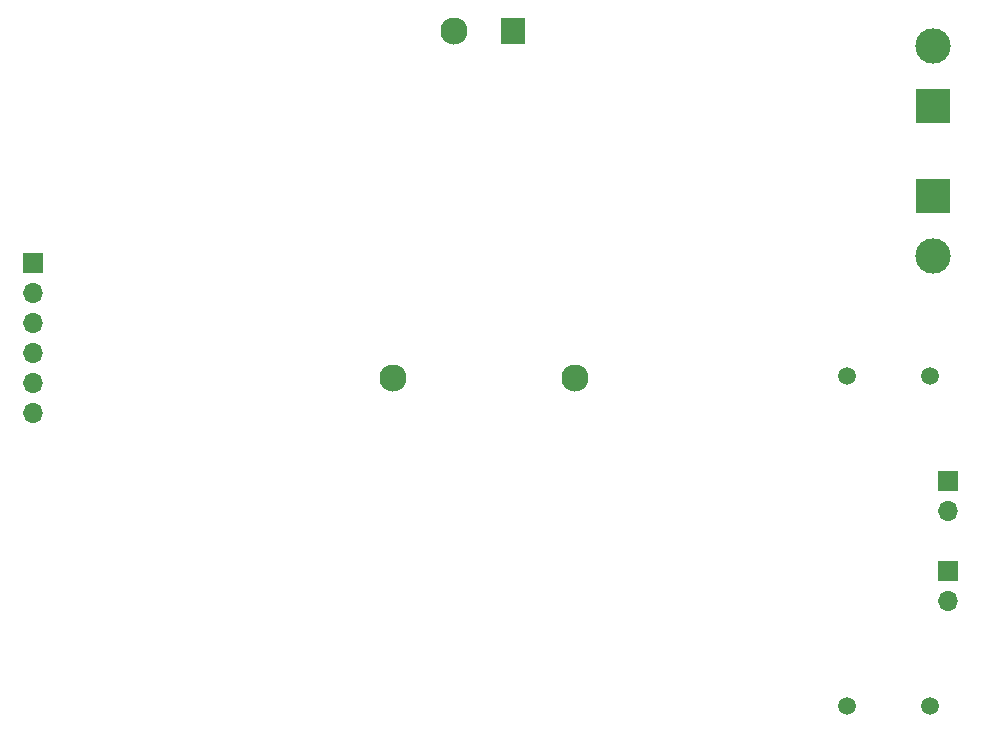
<source format=gbs>
G04 #@! TF.GenerationSoftware,KiCad,Pcbnew,(6.0.0-0)*
G04 #@! TF.CreationDate,2022-06-20T09:50:28+02:00*
G04 #@! TF.ProjectId,prototype-1,70726f74-6f74-4797-9065-2d312e6b6963,rev?*
G04 #@! TF.SameCoordinates,Original*
G04 #@! TF.FileFunction,Soldermask,Bot*
G04 #@! TF.FilePolarity,Negative*
%FSLAX46Y46*%
G04 Gerber Fmt 4.6, Leading zero omitted, Abs format (unit mm)*
G04 Created by KiCad (PCBNEW (6.0.0-0)) date 2022-06-20 09:50:28*
%MOMM*%
%LPD*%
G01*
G04 APERTURE LIST*
%ADD10R,1.700000X1.700000*%
%ADD11O,1.700000X1.700000*%
%ADD12C,1.500000*%
%ADD13R,2.000000X2.300000*%
%ADD14C,2.300000*%
%ADD15R,3.000000X3.000000*%
%ADD16C,3.000000*%
G04 APERTURE END LIST*
D10*
X189230000Y-92710000D03*
D11*
X189230000Y-95250000D03*
D10*
X111760000Y-74295000D03*
D11*
X111760000Y-76835000D03*
X111760000Y-79375000D03*
X111760000Y-81915000D03*
X111760000Y-84455000D03*
X111760000Y-86995000D03*
D12*
X180655000Y-83820000D03*
X187655000Y-83820000D03*
X180655000Y-111760000D03*
X187655000Y-111760000D03*
D10*
X189230000Y-100330000D03*
D11*
X189230000Y-102870000D03*
D13*
X152400000Y-54610000D03*
D14*
X147400000Y-54610000D03*
X157600000Y-84010000D03*
X142200000Y-84010000D03*
D15*
X187960000Y-68580000D03*
D16*
X187960000Y-73660000D03*
D15*
X187960000Y-60960000D03*
D16*
X187960000Y-55880000D03*
M02*

</source>
